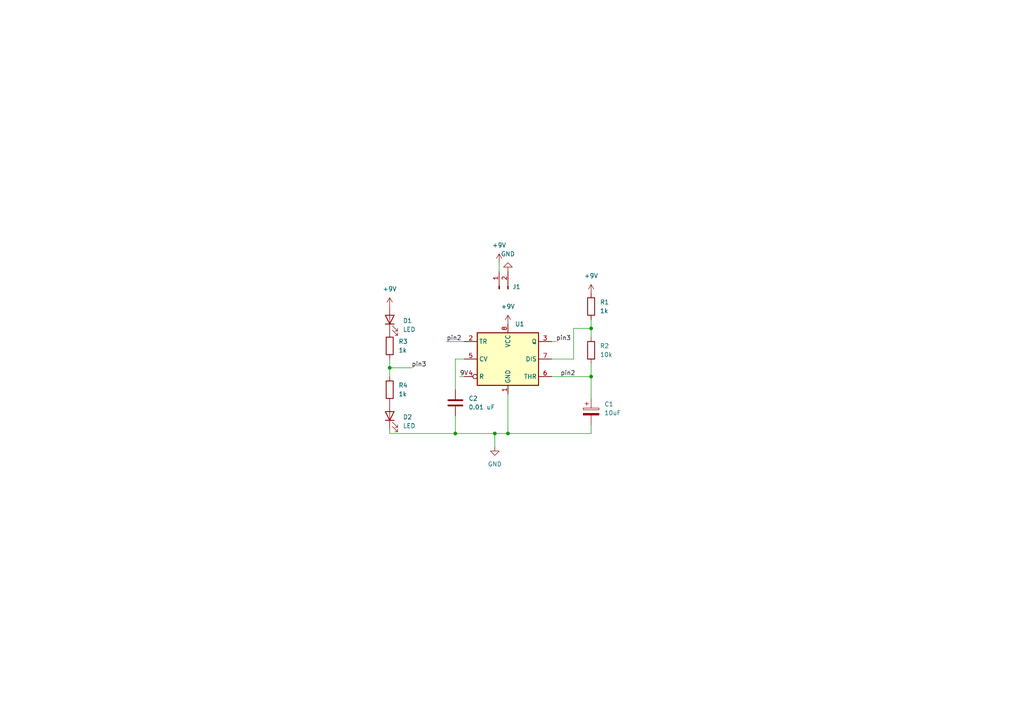
<source format=kicad_sch>
(kicad_sch (version 20211123) (generator eeschema)
  (paper "A4")
  (lib_symbols
    (symbol "Connector:Conn_01x02_Male" (pin_names (offset 1.016) hide)
      (property "Reference" "J" (at 0 2.54 0))
      (property "Value" "Conn_01x02_Male" (at 0 -5.08 0))
      (symbol "Conn_01x02_Male_1_1"
        (polyline (pts (xy 1.27 -2.54) (xy 0.8636 -2.54)) (stroke (width 0.1524)))
        (polyline (pts (xy 1.27 0) (xy 0.8636 0)) (stroke (width 0.1524)))
        (rectangle (start 0.8636 -2.413) (end 0 -2.667) (stroke (width 0.1524)) (fill (type outline)))
        (rectangle (start 0.8636 0.127) (end 0 -0.127) (stroke (width 0.1524)) (fill (type outline)))
        (pin passive line (at 5.08 0 180) (length 3.81) (name "Pin_1") (number "1"))
        (pin passive line (at 5.08 -2.54 180) (length 3.81) (name "Pin_2") (number "2"))
      )
    )
    (symbol "Device:C" (pin_numbers hide) (pin_names (offset 0.254))
      (property "Reference" "C" (at 0.635 2.54 0))
      (property "Value" "C" (at 0.635 -2.54 0))
      (symbol "C_0_1"
        (polyline (pts (xy -2.032 -0.762) (xy 2.032 -0.762)) (stroke (width 0.508)))
        (polyline (pts (xy -2.032 0.762) (xy 2.032 0.762)) (stroke (width 0.508)))
      )
      (symbol "C_1_1"
        (pin passive line (at 0 3.81 270) (length 2.794) (name "~") (number "1"))
        (pin passive line (at 0 -3.81 90) (length 2.794) (name "~") (number "2"))
      )
    )
    (symbol "Device:C_Polarized" (pin_numbers hide) (pin_names (offset 0.254))
      (property "Reference" "C" (at 0.635 2.54 0))
      (property "Value" "C_Polarized" (at 0.635 -2.54 0))
      (symbol "C_Polarized_0_1"
        (rectangle (start -2.286 0.508) (end 2.286 1.016))
        (polyline (pts (xy -1.778 2.286) (xy -0.762 2.286)))
        (polyline (pts (xy -1.27 2.794) (xy -1.27 1.778)))
        (rectangle (start 2.286 -0.508) (end -2.286 -1.016) (fill (type outline)))
      )
      (symbol "C_Polarized_1_1"
        (pin passive line (at 0 3.81 270) (length 2.794) (name "~") (number "1"))
        (pin passive line (at 0 -3.81 90) (length 2.794) (name "~") (number "2"))
      )
    )
    (symbol "Device:LED" (pin_numbers hide) (pin_names (offset 1.016) hide)
      (property "Reference" "D" (at 0 2.54 0))
      (property "Value" "LED" (at 0 -2.54 0))
      (symbol "LED_0_1"
        (polyline (pts (xy -1.27 -1.27) (xy -1.27 1.27)) (stroke (width 0.254)))
        (polyline (pts (xy -1.27 0) (xy 1.27 0)))
        (polyline (pts (xy 1.27 -1.27) (xy 1.27 1.27) (xy -1.27 0) (xy 1.27 -1.27)) (stroke (width 0.254)))
        (polyline (pts (xy -3.048 -0.762) (xy -4.572 -2.286) (xy -3.81 -2.286) (xy -4.572 -2.286) (xy -4.572 -1.524)))
        (polyline (pts (xy -1.778 -0.762) (xy -3.302 -2.286) (xy -2.54 -2.286) (xy -3.302 -2.286) (xy -3.302 -1.524)))
      )
      (symbol "LED_1_1"
        (pin passive line (at -3.81 0 0) (length 2.54) (name "K") (number "1"))
        (pin passive line (at 3.81 0 180) (length 2.54) (name "A") (number "2"))
      )
    )
    (symbol "Device:R" (pin_numbers hide) (pin_names (offset 0))
      (property "Reference" "R" (at 2.032 0 90))
      (property "Value" "R" (at 0 0 90))
      (symbol "R_0_1"
        (rectangle (start -1.016 -2.54) (end 1.016 2.54) (stroke (width 0.254)))
      )
      (symbol "R_1_1"
        (pin passive line (at 0 3.81 270) (length 1.27) (name "~") (number "1"))
        (pin passive line (at 0 -3.81 90) (length 1.27) (name "~") (number "2"))
      )
    )
    (symbol "Timer:NE555D"
      (property "Reference" "U" (at -10.16 8.89 0))
      (property "Value" "NE555D" (at 2.54 8.89 0))
      (symbol "NE555D_0_0"
        (pin power_in line (at 0 -10.16 90) (length 2.54) (name "GND") (number "1"))
        (pin power_in line (at 0 10.16 270) (length 2.54) (name "VCC") (number "8"))
      )
      (symbol "NE555D_0_1"
        (rectangle (start -8.89 -7.62) (end 8.89 7.62) (stroke (width 0.254)) (fill (type background)))
        (rectangle (start -8.89 -7.62) (end 8.89 7.62) (stroke (width 0.254)) (fill (type background)))
      )
      (symbol "NE555D_1_1"
        (pin input line (at -12.7 5.08 0) (length 3.81) (name "TR") (number "2"))
        (pin output line (at 12.7 5.08 180) (length 3.81) (name "Q") (number "3"))
        (pin input inverted (at -12.7 -5.08 0) (length 3.81) (name "R") (number "4"))
        (pin input line (at -12.7 0 0) (length 3.81) (name "CV") (number "5"))
        (pin input line (at 12.7 -5.08 180) (length 3.81) (name "THR") (number "6"))
        (pin input line (at 12.7 0 180) (length 3.81) (name "DIS") (number "7"))
      )
    )
    (symbol "power:+9V" (power) (pin_names (offset 0))
      (property "Value" "+9V" (at 0 3.556 0))
      (symbol "+9V_0_1"
        (polyline (pts (xy -0.762 1.27) (xy 0 2.54)))
        (polyline (pts (xy 0 0) (xy 0 2.54)))
        (polyline (pts (xy 0 2.54) (xy 0.762 1.27)))
      )
      (symbol "+9V_1_1"
        (pin power_in line (at 0 0 90) (length 0) hide (name "+9V") (number "1"))
      )
    )
    (symbol "power:GND" (power) (pin_names (offset 0))
      (property "Value" "GND" (at 0 -3.81 0))
      (symbol "GND_0_1"
        (polyline (pts (xy 0 0) (xy 0 -1.27) (xy 1.27 -1.27) (xy 0 -2.54) (xy -1.27 -1.27) (xy 0 -1.27)))
      )
      (symbol "GND_1_1"
        (pin power_in line (at 0 0 270) (length 0) hide (name "GND") (number "1"))
      )
    )
  )
  (junction (at 171.45 109.22))
  (junction (at 171.45 95.25))
  (junction (at 147.32 125.73))
  (junction (at 143.51 125.73))
  (junction (at 113.03 106.68))
  (junction (at 132.08 125.73))
  (wire (pts (xy 171.45 92.71) (xy 171.45 95.25)))
  (wire (pts (xy 129.54 99.06) (xy 134.62 99.06)))
  (wire (pts (xy 113.03 125.73) (xy 132.08 125.73)))
  (wire (pts (xy 166.37 104.14) (xy 166.37 95.25)))
  (wire (pts (xy 171.45 105.41) (xy 171.45 109.22)))
  (wire (pts (xy 113.03 124.46) (xy 113.03 125.73)))
  (wire (pts (xy 147.32 114.3) (xy 147.32 125.73)))
  (wire (pts (xy 143.51 125.73) (xy 147.32 125.73)))
  (wire (pts (xy 113.03 104.14) (xy 113.03 106.68)))
  (wire (pts (xy 132.08 113.03) (xy 132.08 104.14)))
  (wire (pts (xy 132.08 104.14) (xy 134.62 104.14)))
  (wire (pts (xy 147.32 125.73) (xy 171.45 125.73)))
  (wire (pts (xy 166.37 95.25) (xy 171.45 95.25)))
  (wire (pts (xy 113.03 106.68) (xy 119.38 106.68)))
  (wire (pts (xy 143.51 125.73) (xy 143.51 129.54)))
  (wire (pts (xy 160.02 109.22) (xy 171.45 109.22)))
  (wire (pts (xy 171.45 125.73) (xy 171.45 123.19)))
  (wire (pts (xy 133.35 109.22) (xy 134.62 109.22)))
  (wire (pts (xy 160.02 99.06) (xy 161.29 99.06)))
  (wire (pts (xy 171.45 95.25) (xy 171.45 97.79)))
  (wire (pts (xy 132.08 125.73) (xy 143.51 125.73)))
  (wire (pts (xy 144.78 76.2) (xy 144.78 78.74)))
  (wire (pts (xy 113.03 106.68) (xy 113.03 109.22)))
  (wire (pts (xy 171.45 109.22) (xy 171.45 115.57)))
  (wire (pts (xy 132.08 120.65) (xy 132.08 125.73)))
  (wire (pts (xy 160.02 104.14) (xy 166.37 104.14)))
  (label "pin2" (at 162.56 109.22 0))
  (label "9V" (at 133.35 109.22 0))
  (label "pin3" (at 119.38 106.68 0))
  (label "pin2" (at 129.54 99.06 0))
  (label "pin3" (at 161.29 99.06 0))
  (symbol (lib_id "power:+9V") (at 147.32 93.98 0) (unit 1)
    (property "Reference" "#PWR?" (effects hide))
    (property "Value" "+9V" (at 147.32 88.9 0))
  )
  (symbol (lib_id "power:+9V") (at 113.03 88.9 0) (unit 1)
    (property "Reference" "#PWR?" (effects hide))
    (property "Value" "+9V" (at 113.03 83.82 0))
  )
  (symbol (lib_id "Connector:Conn_01x02_Male") (at 144.78 83.82 90) (unit 1)
    (property "Reference" "J1" (at 148.59 83.1849 90) (effects (justify right)))
    (property "Value" "Conn_01x02_Male" (effects hide))
    (property "Footprint" "TerminalBlock:TerminalBlock_bornier-2_P5.08mm" (effects hide))
  )
  (symbol (lib_id "Device:LED") (at 113.03 120.65 90) (unit 1)
    (property "Reference" "D2" (at 116.84 120.9674 90) (effects (justify right)))
    (property "Value" "LED" (at 116.84 123.5074 90) (effects (justify right)))
    (property "Footprint" "LED_SMD:LED_1206_3216Metric_Pad1.42x1.75mm_HandSolder" (effects hide))
  )
  (symbol (lib_id "Device:C") (at 132.08 116.84 0) (unit 1)
    (property "Reference" "C2" (at 135.89 115.5699 0) (effects (justify left)))
    (property "Value" "0.01 uF" (at 135.89 118.1099 0) (effects (justify left)))
    (property "Footprint" "Capacitor_SMD:C_0805_2012Metric_Pad1.18x1.45mm_HandSolder" (effects hide))
  )
  (symbol (lib_id "power:GND") (at 143.51 129.54 0) (unit 1)
    (property "Reference" "#PWR?" (effects hide))
    (property "Value" "GND" (at 143.51 134.62 0))
  )
  (symbol (lib_id "power:+9V") (at 171.45 85.09 0) (unit 1)
    (property "Reference" "#PWR?" (effects hide))
    (property "Value" "+9V" (at 171.45 80.01 0))
  )
  (symbol (lib_id "Timer:NE555D") (at 147.32 104.14 0) (unit 1)
    (property "Reference" "U1" (at 149.3394 93.98 0) (effects (justify left)))
    (property "Value" "NE555D" (effects hide))
    (property "Footprint" "Package_SO:SOIC-8-1EP_3.9x4.9mm_P1.27mm_EP2.29x3mm" (effects hide))
    (property "Datasheet" "http://www.ti.com/lit/ds/symlink/ne555.pdf" (effects hide))
  )
  (symbol (lib_id "Device:R") (at 171.45 88.9 0) (unit 1)
    (property "Reference" "R1" (at 173.99 87.6299 0) (effects (justify left)))
    (property "Value" "1k" (at 173.99 90.1699 0) (effects (justify left)))
    (property "Footprint" "Resistor_SMD:R_0805_2012Metric_Pad1.20x1.40mm_HandSolder" (effects hide))
  )
  (symbol (lib_id "Device:R") (at 113.03 100.33 180) (unit 1)
    (property "Reference" "R3" (at 115.57 99.0599 0) (effects (justify right)))
    (property "Value" "1k" (at 115.57 101.5999 0) (effects (justify right)))
    (property "Footprint" "Resistor_SMD:R_0805_2012Metric_Pad1.20x1.40mm_HandSolder" (effects hide))
  )
  (symbol (lib_id "Device:LED") (at 113.03 92.71 90) (unit 1)
    (property "Reference" "D1" (at 116.84 93.0274 90) (effects (justify right)))
    (property "Value" "LED" (at 116.84 95.5674 90) (effects (justify right)))
    (property "Footprint" "LED_SMD:LED_1206_3216Metric_Pad1.42x1.75mm_HandSolder" (effects hide))
  )
  (symbol (lib_id "Device:C_Polarized") (at 171.45 119.38 0) (unit 1)
    (property "Reference" "C1" (at 175.26 117.2209 0) (effects (justify left)))
    (property "Value" "10uF" (at 175.26 119.7609 0) (effects (justify left)))
    (property "Footprint" "Capacitor_Tantalum_SMD:CP_EIA-3216-18_Kemet-A_Pad1.58x1.35mm_HandSolder" (effects hide))
  )
  (symbol (lib_id "power:+9V") (at 144.78 76.2 0) (unit 1)
    (property "Reference" "#PWR?" (effects hide))
    (property "Value" "+9V" (at 144.78 71.12 0))
  )
  (symbol (lib_id "Device:R") (at 171.45 101.6 0) (unit 1)
    (property "Reference" "R2" (at 173.99 100.3299 0) (effects (justify left)))
    (property "Value" "10k" (at 173.99 102.8699 0) (effects (justify left)))
    (property "Footprint" "Resistor_SMD:R_0805_2012Metric_Pad1.20x1.40mm_HandSolder" (effects hide))
  )
  (symbol (lib_id "power:GND") (at 147.32 78.74 180) (unit 1)
    (property "Reference" "#PWR?" (effects hide))
    (property "Value" "GND" (at 147.32 73.66 0))
  )
  (symbol (lib_id "Device:R") (at 113.03 113.03 0) (unit 1)
    (property "Reference" "R4" (at 115.57 111.7599 0) (effects (justify left)))
    (property "Value" "1k" (at 115.57 114.2999 0) (effects (justify left)))
    (property "Footprint" "Resistor_SMD:R_0805_2012Metric_Pad1.20x1.40mm_HandSolder" (effects hide))
  )
)
</source>
